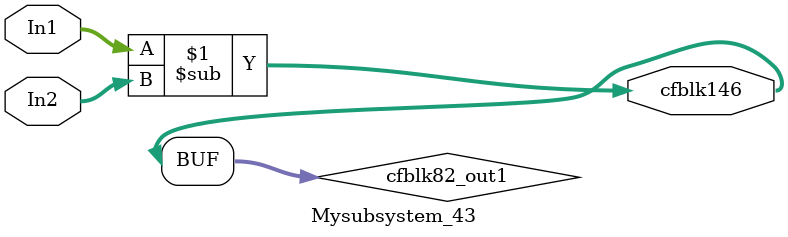
<source format=v>



`timescale 1 ns / 1 ns

module Mysubsystem_43
          (In1,
           In2,
           cfblk146);


  input   [7:0] In1;  // uint8
  input   [7:0] In2;  // uint8
  output  [7:0] cfblk146;  // uint8


  wire [7:0] cfblk82_out1;  // uint8


  assign cfblk82_out1 = In1 - In2;



  assign cfblk146 = cfblk82_out1;

endmodule  // Mysubsystem_43


</source>
